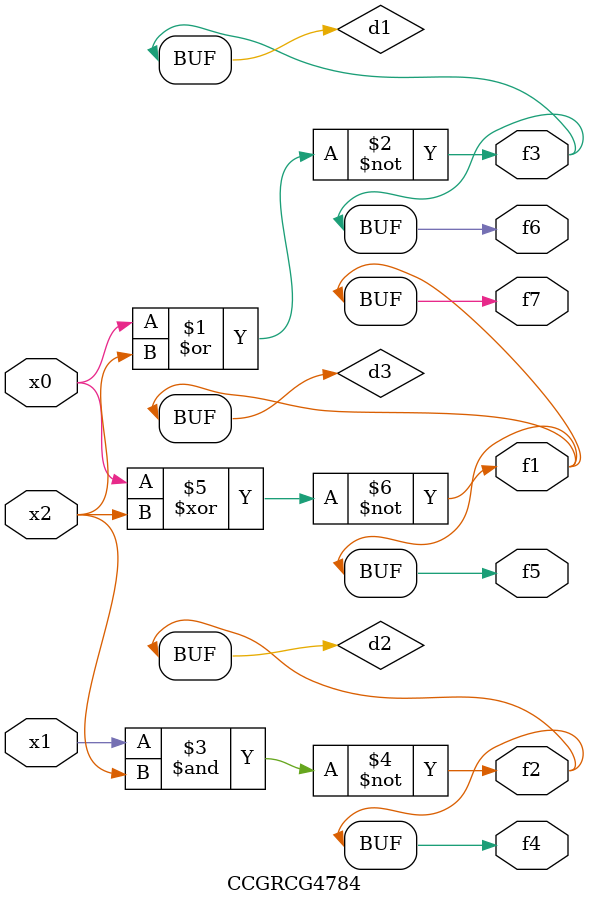
<source format=v>
module CCGRCG4784(
	input x0, x1, x2,
	output f1, f2, f3, f4, f5, f6, f7
);

	wire d1, d2, d3;

	nor (d1, x0, x2);
	nand (d2, x1, x2);
	xnor (d3, x0, x2);
	assign f1 = d3;
	assign f2 = d2;
	assign f3 = d1;
	assign f4 = d2;
	assign f5 = d3;
	assign f6 = d1;
	assign f7 = d3;
endmodule

</source>
